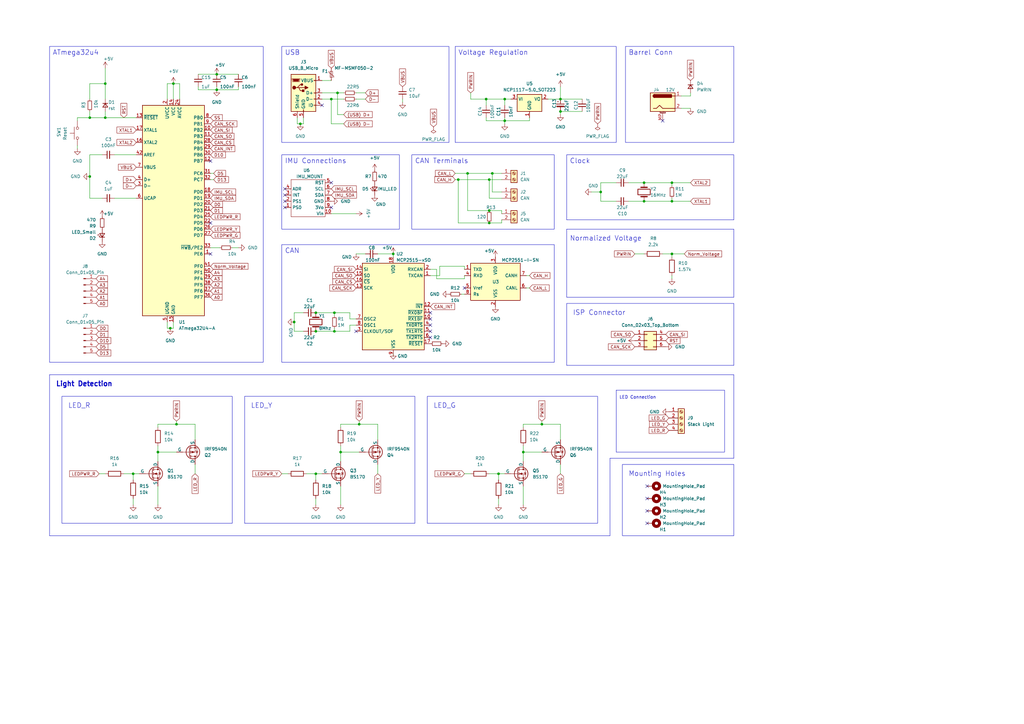
<source format=kicad_sch>
(kicad_sch (version 20230121) (generator eeschema)
  (paper "A3")
  (junction (at 137.16 128.27))
  (junction (at 207.01 49.53))
  (junction (at 191.77 71.12))
  (junction (at 72.39 173.99))
  (junction (at 222.25 173.99))
  (junction (at 199.39 40.64))
  (junction (at 64.77 185.42))
  (junction (at 129.54 135.89))
  (junction (at 36.83 72.39))
  (junction (at 129.54 194.31))
  (junction (at 138.43 38.1))
  (junction (at 200.66 73.66))
  (junction (at 264.16 82.55))
  (junction (at 229.87 45.72))
  (junction (at 161.29 104.14))
  (junction (at 207.01 40.64))
  (junction (at 201.93 71.12))
  (junction (at 264.16 74.93))
  (junction (at 54.61 194.31))
  (junction (at 43.18 34.29))
  (junction (at 229.87 40.64))
  (junction (at 275.59 82.55))
  (junction (at 36.83 48.26))
  (junction (at 120.65 132.08))
  (junction (at 204.47 194.31))
  (junction (at 137.16 135.89))
  (junction (at 88.9 36.83))
  (junction (at 214.63 185.42))
  (junction (at 200.66 86.36))
  (junction (at 88.9 30.48))
  (junction (at 139.7 185.42))
  (junction (at 187.96 73.66))
  (junction (at 69.85 134.62))
  (junction (at 275.59 104.14))
  (junction (at 275.59 74.93))
  (junction (at 129.54 128.27))
  (junction (at 135.89 40.64))
  (junction (at 71.12 34.29))
  (junction (at 200.66 91.44))
  (junction (at 147.32 173.99))
  (junction (at 246.38 78.74))
  (junction (at 43.18 48.26))
  (junction (at 123.19 50.8))
  (no_connect (at 135.89 85.09))
  (no_connect (at 265.43 204.47))
  (no_connect (at 265.43 214.63))
  (no_connect (at 116.84 82.55))
  (no_connect (at 146.05 135.89))
  (no_connect (at 265.43 199.39))
  (no_connect (at 132.08 43.18))
  (no_connect (at 176.53 138.43))
  (no_connect (at 116.84 77.47))
  (no_connect (at 116.84 85.09))
  (no_connect (at 86.36 91.44))
  (no_connect (at 176.53 135.89))
  (no_connect (at 271.78 49.53))
  (no_connect (at 86.36 104.14))
  (no_connect (at 176.53 130.81))
  (no_connect (at 176.53 128.27))
  (no_connect (at 86.36 66.04))
  (no_connect (at 176.53 133.35))
  (no_connect (at 190.5 118.11))
  (no_connect (at 265.43 209.55))
  (no_connect (at 135.89 74.93))
  (no_connect (at 116.84 80.01))
  (wire (pts (xy 271.78 104.14) (xy 275.59 104.14)))
  (wire (pts (xy 125.73 194.31) (xy 129.54 194.31)))
  (wire (pts (xy 64.77 185.42) (xy 64.77 189.23)))
  (wire (pts (xy 207.01 49.53) (xy 207.01 50.8)))
  (wire (pts (xy 224.79 40.64) (xy 229.87 40.64)))
  (wire (pts (xy 193.04 38.1) (xy 193.04 40.64)))
  (wire (pts (xy 200.66 91.44) (xy 205.74 91.44)))
  (wire (pts (xy 87.63 73.66) (xy 86.36 73.66)))
  (wire (pts (xy 199.39 40.64) (xy 199.39 43.18)))
  (wire (pts (xy 132.08 33.02) (xy 135.89 33.02)))
  (wire (pts (xy 143.51 130.81) (xy 146.05 130.81)))
  (wire (pts (xy 43.18 27.94) (xy 43.18 34.29)))
  (polyline (pts (xy 250.19 187.96) (xy 250.19 219.71)))
  (wire (pts (xy 207.01 40.64) (xy 207.01 43.18)))
  (wire (pts (xy 71.12 134.62) (xy 69.85 134.62)))
  (wire (pts (xy 132.08 40.64) (xy 135.89 40.64)))
  (wire (pts (xy 242.57 78.74) (xy 246.38 78.74)))
  (wire (pts (xy 73.66 40.64) (xy 73.66 34.29)))
  (wire (pts (xy 31.75 49.53) (xy 31.75 48.26)))
  (wire (pts (xy 205.74 91.44) (xy 205.74 90.17)))
  (wire (pts (xy 50.8 194.31) (xy 54.61 194.31)))
  (wire (pts (xy 137.16 128.27) (xy 137.16 129.54)))
  (wire (pts (xy 139.7 199.39) (xy 139.7 207.01)))
  (wire (pts (xy 120.65 135.89) (xy 124.46 135.89)))
  (wire (pts (xy 143.51 135.89) (xy 143.51 133.35)))
  (wire (pts (xy 246.38 74.93) (xy 252.73 74.93)))
  (polyline (pts (xy 300.99 153.67) (xy 300.99 187.96)))
  (wire (pts (xy 215.9 113.03) (xy 217.17 113.03)))
  (wire (pts (xy 190.5 109.22) (xy 190.5 110.49)))
  (wire (pts (xy 138.43 38.1) (xy 140.97 38.1)))
  (polyline (pts (xy 20.32 153.67) (xy 300.99 153.67)))
  (wire (pts (xy 115.57 194.31) (xy 118.11 194.31)))
  (wire (pts (xy 283.21 39.37) (xy 283.21 38.1)))
  (wire (pts (xy 81.28 36.83) (xy 88.9 36.83)))
  (wire (pts (xy 205.74 86.36) (xy 205.74 87.63)))
  (wire (pts (xy 229.87 40.64) (xy 238.76 40.64)))
  (wire (pts (xy 279.4 39.37) (xy 283.21 39.37)))
  (wire (pts (xy 95.25 101.6) (xy 97.79 101.6)))
  (wire (pts (xy 68.58 134.62) (xy 69.85 134.62)))
  (wire (pts (xy 138.43 38.1) (xy 138.43 46.99)))
  (wire (pts (xy 201.93 71.12) (xy 201.93 78.74)))
  (wire (pts (xy 72.39 173.99) (xy 80.01 173.99)))
  (wire (pts (xy 54.61 194.31) (xy 54.61 196.85)))
  (wire (pts (xy 36.83 81.28) (xy 41.91 81.28)))
  (wire (pts (xy 68.58 40.64) (xy 68.58 34.29)))
  (wire (pts (xy 129.54 194.31) (xy 129.54 196.85)))
  (wire (pts (xy 246.38 78.74) (xy 246.38 82.55)))
  (wire (pts (xy 68.58 34.29) (xy 71.12 34.29)))
  (wire (pts (xy 161.29 144.78) (xy 161.29 146.05)))
  (wire (pts (xy 200.66 86.36) (xy 205.74 86.36)))
  (wire (pts (xy 143.51 133.35) (xy 146.05 133.35)))
  (wire (pts (xy 275.59 81.28) (xy 275.59 82.55)))
  (wire (pts (xy 124.46 48.26) (xy 124.46 50.8)))
  (wire (pts (xy 200.66 81.28) (xy 205.74 81.28)))
  (wire (pts (xy 275.59 113.03) (xy 275.59 114.3)))
  (wire (pts (xy 154.94 173.99) (xy 154.94 180.34)))
  (wire (pts (xy 135.89 87.63) (xy 146.05 87.63)))
  (wire (pts (xy 43.18 34.29) (xy 43.18 40.64)))
  (wire (pts (xy 147.32 173.99) (xy 147.32 172.72)))
  (wire (pts (xy 36.83 34.29) (xy 43.18 34.29)))
  (wire (pts (xy 229.87 45.72) (xy 238.76 45.72)))
  (wire (pts (xy 207.01 40.64) (xy 209.55 40.64)))
  (wire (pts (xy 154.94 190.5) (xy 154.94 194.31)))
  (wire (pts (xy 214.63 185.42) (xy 214.63 189.23)))
  (wire (pts (xy 161.29 104.14) (xy 161.29 105.41)))
  (wire (pts (xy 64.77 199.39) (xy 64.77 207.01)))
  (wire (pts (xy 68.58 132.08) (xy 68.58 134.62)))
  (wire (pts (xy 64.77 173.99) (xy 72.39 173.99)))
  (wire (pts (xy 146.05 38.1) (xy 149.86 38.1)))
  (wire (pts (xy 257.81 74.93) (xy 264.16 74.93)))
  (wire (pts (xy 71.12 34.29) (xy 71.12 40.64)))
  (wire (pts (xy 137.16 128.27) (xy 143.51 128.27)))
  (wire (pts (xy 139.7 185.42) (xy 139.7 182.88)))
  (wire (pts (xy 146.05 40.64) (xy 149.86 40.64)))
  (wire (pts (xy 193.04 40.64) (xy 199.39 40.64)))
  (wire (pts (xy 132.08 38.1) (xy 138.43 38.1)))
  (wire (pts (xy 154.94 104.14) (xy 161.29 104.14)))
  (wire (pts (xy 80.01 173.99) (xy 80.01 180.34)))
  (wire (pts (xy 129.54 135.89) (xy 137.16 135.89)))
  (polyline (pts (xy 300.99 187.96) (xy 250.19 187.96)))
  (wire (pts (xy 214.63 185.42) (xy 222.25 185.42)))
  (wire (pts (xy 120.65 128.27) (xy 124.46 128.27)))
  (wire (pts (xy 88.9 35.56) (xy 88.9 36.83)))
  (wire (pts (xy 180.34 109.22) (xy 180.34 113.03)))
  (wire (pts (xy 180.34 109.22) (xy 190.5 109.22)))
  (wire (pts (xy 165.1 41.91) (xy 165.1 40.64)))
  (wire (pts (xy 71.12 132.08) (xy 71.12 134.62)))
  (wire (pts (xy 279.4 44.45) (xy 283.21 44.45)))
  (wire (pts (xy 87.63 71.12) (xy 86.36 71.12)))
  (wire (pts (xy 199.39 48.26) (xy 199.39 49.53)))
  (wire (pts (xy 217.17 49.53) (xy 207.01 49.53)))
  (wire (pts (xy 88.9 36.83) (xy 97.79 36.83)))
  (wire (pts (xy 135.89 40.64) (xy 135.89 50.8)))
  (wire (pts (xy 81.28 36.83) (xy 81.28 35.56)))
  (wire (pts (xy 129.54 204.47) (xy 129.54 207.01)))
  (wire (pts (xy 257.81 82.55) (xy 264.16 82.55)))
  (wire (pts (xy 43.18 48.26) (xy 55.88 48.26)))
  (wire (pts (xy 137.16 134.62) (xy 137.16 135.89)))
  (wire (pts (xy 190.5 194.31) (xy 193.04 194.31)))
  (wire (pts (xy 179.07 114.3) (xy 190.5 114.3)))
  (wire (pts (xy 190.5 120.65) (xy 189.23 120.65)))
  (wire (pts (xy 222.25 173.99) (xy 222.25 172.72)))
  (wire (pts (xy 204.47 194.31) (xy 204.47 196.85)))
  (wire (pts (xy 143.51 128.27) (xy 143.51 130.81)))
  (wire (pts (xy 204.47 204.47) (xy 204.47 207.01)))
  (wire (pts (xy 214.63 185.42) (xy 214.63 182.88)))
  (wire (pts (xy 41.91 63.5) (xy 36.83 63.5)))
  (wire (pts (xy 229.87 45.72) (xy 229.87 46.99)))
  (wire (pts (xy 199.39 49.53) (xy 207.01 49.53)))
  (wire (pts (xy 200.66 91.44) (xy 187.96 91.44)))
  (wire (pts (xy 121.92 50.8) (xy 123.19 50.8)))
  (wire (pts (xy 264.16 82.55) (xy 275.59 82.55)))
  (wire (pts (xy 229.87 35.56) (xy 229.87 40.64)))
  (wire (pts (xy 86.36 101.6) (xy 90.17 101.6)))
  (wire (pts (xy 186.69 73.66) (xy 187.96 73.66)))
  (wire (pts (xy 46.99 81.28) (xy 55.88 81.28)))
  (wire (pts (xy 229.87 173.99) (xy 229.87 180.34)))
  (wire (pts (xy 64.77 185.42) (xy 72.39 185.42)))
  (wire (pts (xy 147.32 173.99) (xy 154.94 173.99)))
  (wire (pts (xy 199.39 40.64) (xy 207.01 40.64)))
  (wire (pts (xy 123.19 50.8) (xy 124.46 50.8)))
  (wire (pts (xy 36.83 63.5) (xy 36.83 72.39)))
  (polyline (pts (xy 20.32 219.71) (xy 20.32 153.67)))
  (wire (pts (xy 73.66 34.29) (xy 71.12 34.29)))
  (wire (pts (xy 36.83 45.72) (xy 36.83 48.26)))
  (wire (pts (xy 138.43 46.99) (xy 140.97 46.99)))
  (wire (pts (xy 36.83 72.39) (xy 36.83 81.28)))
  (wire (pts (xy 120.65 132.08) (xy 120.65 128.27)))
  (wire (pts (xy 229.87 190.5) (xy 229.87 194.31)))
  (wire (pts (xy 55.88 63.5) (xy 46.99 63.5)))
  (wire (pts (xy 264.16 74.93) (xy 275.59 74.93)))
  (wire (pts (xy 36.83 40.64) (xy 36.83 34.29)))
  (wire (pts (xy 215.9 118.11) (xy 217.17 118.11)))
  (wire (pts (xy 204.47 194.31) (xy 207.01 194.31)))
  (wire (pts (xy 121.92 48.26) (xy 121.92 50.8)))
  (wire (pts (xy 176.53 110.49) (xy 179.07 110.49)))
  (wire (pts (xy 54.61 204.47) (xy 54.61 207.01)))
  (wire (pts (xy 222.25 173.99) (xy 229.87 173.99)))
  (wire (pts (xy 217.17 48.26) (xy 217.17 49.53)))
  (wire (pts (xy 36.83 48.26) (xy 43.18 48.26)))
  (wire (pts (xy 146.05 104.14) (xy 149.86 104.14)))
  (wire (pts (xy 139.7 185.42) (xy 147.32 185.42)))
  (wire (pts (xy 200.66 73.66) (xy 200.66 81.28)))
  (wire (pts (xy 214.63 173.99) (xy 214.63 175.26)))
  (wire (pts (xy 81.28 30.48) (xy 88.9 30.48)))
  (wire (pts (xy 135.89 40.64) (xy 140.97 40.64)))
  (wire (pts (xy 275.59 82.55) (xy 283.21 82.55)))
  (wire (pts (xy 129.54 128.27) (xy 137.16 128.27)))
  (wire (pts (xy 135.89 50.8) (xy 140.97 50.8)))
  (wire (pts (xy 275.59 104.14) (xy 280.67 104.14)))
  (wire (pts (xy 31.75 48.26) (xy 36.83 48.26)))
  (wire (pts (xy 120.65 132.08) (xy 120.65 135.89)))
  (polyline (pts (xy 250.19 219.71) (xy 20.32 219.71)))
  (wire (pts (xy 275.59 74.93) (xy 275.59 76.2)))
  (wire (pts (xy 64.77 173.99) (xy 64.77 175.26)))
  (wire (pts (xy 88.9 30.48) (xy 97.79 30.48)))
  (wire (pts (xy 214.63 173.99) (xy 222.25 173.99)))
  (wire (pts (xy 201.93 78.74) (xy 205.74 78.74)))
  (wire (pts (xy 187.96 73.66) (xy 200.66 73.66)))
  (wire (pts (xy 187.96 91.44) (xy 187.96 73.66)))
  (wire (pts (xy 64.77 185.42) (xy 64.77 182.88)))
  (wire (pts (xy 40.64 194.31) (xy 43.18 194.31)))
  (wire (pts (xy 54.61 194.31) (xy 57.15 194.31)))
  (wire (pts (xy 200.66 73.66) (xy 205.74 73.66)))
  (wire (pts (xy 72.39 173.99) (xy 72.39 172.72)))
  (wire (pts (xy 139.7 173.99) (xy 139.7 175.26)))
  (wire (pts (xy 179.07 110.49) (xy 179.07 114.3)))
  (wire (pts (xy 186.69 71.12) (xy 191.77 71.12)))
  (wire (pts (xy 129.54 194.31) (xy 132.08 194.31)))
  (wire (pts (xy 275.59 74.93) (xy 283.21 74.93)))
  (wire (pts (xy 246.38 82.55) (xy 252.73 82.55)))
  (wire (pts (xy 97.79 36.83) (xy 97.79 35.56)))
  (wire (pts (xy 201.93 71.12) (xy 205.74 71.12)))
  (wire (pts (xy 191.77 86.36) (xy 191.77 71.12)))
  (wire (pts (xy 275.59 105.41) (xy 275.59 104.14)))
  (wire (pts (xy 260.35 104.14) (xy 264.16 104.14)))
  (wire (pts (xy 43.18 45.72) (xy 43.18 48.26)))
  (wire (pts (xy 200.66 194.31) (xy 204.47 194.31)))
  (wire (pts (xy 139.7 173.99) (xy 147.32 173.99)))
  (wire (pts (xy 139.7 185.42) (xy 139.7 189.23)))
  (wire (pts (xy 80.01 190.5) (xy 80.01 194.31)))
  (wire (pts (xy 31.75 59.69) (xy 31.75 60.96)))
  (wire (pts (xy 214.63 199.39) (xy 214.63 207.01)))
  (wire (pts (xy 200.66 86.36) (xy 191.77 86.36)))
  (wire (pts (xy 137.16 135.89) (xy 143.51 135.89)))
  (wire (pts (xy 190.5 114.3) (xy 190.5 113.03)))
  (wire (pts (xy 176.53 113.03) (xy 180.34 113.03)))
  (wire (pts (xy 246.38 78.74) (xy 246.38 74.93)))
  (wire (pts (xy 191.77 71.12) (xy 201.93 71.12)))
  (wire (pts (xy 207.01 48.26) (xy 207.01 49.53)))
  (rectangle (start 168.91 63.5) (end 227.33 93.98))
  (rectangle (start 256.54 19.05) (end 300.99 58.42))
  (rectangle (start 232.41 63.5) (end 300.99 90.17))
  (rectangle (start 232.41 124.46) (end 300.99 149.86))
  (rectangle (start 20.32 19.05) (end 107.95 148.59))
  (rectangle (start 100.33 162.56) (end 170.18 214.63))
  (rectangle (start 175.26 162.56) (end 245.11 214.63))
  (rectangle (start 255.27 190.5) (end 300.99 219.71))
  (rectangle (start 115.57 100.33) (end 227.33 148.59))
  (rectangle (start 115.57 19.05) (end 184.15 58.42))
  (rectangle (start 232.41 93.98) (end 300.99 121.92))
  (rectangle (start 25.4 162.56) (end 95.25 214.63))
  (rectangle (start 115.57 63.5) (end 163.83 93.98))
  (rectangle (start 252.73 160.02) (end 297.18 185.42))
  (rectangle (start 186.69 19.05) (end 252.73 58.42))
  (text "Mounting Holes" (at 257.81 195.58 0) (effects (font (size 2 2)) (justify left bottom)))
  (text "Voltage Regulation" (at 187.96 22.86 0) (effects (font (size 2 2)) (justify left bottom)))
  (text "CAN" (at 116.84 104.14 0) (effects (font (size 2 2)) (justify left bottom)))
  (text "CAN Terminals" (at 170.18 67.31 0) (effects (font (size 2 2)) (justify left bottom)))
  (text "USB\n" (at 116.84 22.86 0) (effects (font (size 2 2)) (justify left bottom)))
  (text "Light Detection " (at 22.86 158.75 0) (effects (font (size 2 2) (thickness 0.4) bold) (justify left bottom)))
  (text "Barrel Conn\n" (at 257.81 22.86 0) (effects (font (size 2 2)) (justify left bottom)))
  (text "LED_R" (at 27.94 167.64 0) (effects (font (size 2 2)) (justify left bottom)))
  (text "Normalized Voltage" (at 233.68 99.06 0) (effects (font (size 2 2)) (justify left bottom)))
  (text "ISP Connector\n" (at 234.95 129.54 0) (effects (font (size 2 2)) (justify left bottom)))
  (text "IMU Connections\n" (at 116.84 67.31 0) (effects (font (size 2 2)) (justify left bottom)))
  (text "Clock\n" (at 233.68 67.31 0) (effects (font (size 2 2)) (justify left bottom)))
  (text "LED Connection" (at 254 163.83 0) (effects (font (size 1.27 1.27)) (justify left bottom)))
  (text "LED_G" (at 177.8 167.64 0) (effects (font (size 2 2)) (justify left bottom)))
  (text "LED_Y" (at 102.87 167.64 0) (effects (font (size 2 2)) (justify left bottom)))
  (text "ATmega32u4\n" (at 21.59 22.86 0) (effects (font (size 2 2)) (justify left bottom)))
  (global_label "D+" (shape input) (at 55.88 73.66 180) (property "Intersheetrefs" "${INTERSHEET_REFS}" (at 50.0524 73.66 0) (effects (justify right))))
  (global_label "A1" (shape input) (at 86.36 119.38 0) (property "Intersheetrefs" "${INTERSHEET_REFS}" (at 91.6433 119.38 0) (effects (justify left))))
  (global_label "CAN_SO" (shape input) (at 146.05 113.03 180) (property "Intersheetrefs" "${INTERSHEET_REFS}" (at 135.8681 113.03 0) (effects (justify right))))
  (global_label "LED_Y" (shape input) (at 154.94 194.31 270) (property "Intersheetrefs" "${INTERSHEET_REFS}" (at 154.94 202.7985 90) (effects (justify right))))
  (global_label "LED_G" (shape input) (at 274.32 171.45 180) (property "Intersheetrefs" "${INTERSHEET_REFS}" (at 265.6501 171.45 0) (effects (justify right))))
  (global_label "PWRIN" (shape input) (at 222.25 172.72 90) (property "Intersheetrefs" "${INTERSHEET_REFS}" (at 222.25 163.8081 90) (effects (justify left))))
  (global_label "CAN_SI" (shape input) (at 86.36 53.34 0) (property "Intersheetrefs" "${INTERSHEET_REFS}" (at 95.8162 53.34 0) (effects (justify left))))
  (global_label "A2" (shape input) (at 86.36 116.84 0) (property "Intersheetrefs" "${INTERSHEET_REFS}" (at 91.6433 116.84 0) (effects (justify left))))
  (global_label "PWRIN" (shape input) (at 147.32 172.72 90) (property "Intersheetrefs" "${INTERSHEET_REFS}" (at 147.32 163.8081 90) (effects (justify left))))
  (global_label "LED_G" (shape input) (at 229.87 194.31 270) (property "Intersheetrefs" "${INTERSHEET_REFS}" (at 229.87 202.9799 90) (effects (justify right))))
  (global_label "IMU_SCL" (shape input) (at 135.89 77.47 0) (property "Intersheetrefs" "${INTERSHEET_REFS}" (at 146.7371 77.47 0) (effects (justify left))))
  (global_label "CAN_SO" (shape input) (at 86.36 55.88 0) (property "Intersheetrefs" "${INTERSHEET_REFS}" (at 96.5419 55.88 0) (effects (justify left))))
  (global_label "D10" (shape input) (at 39.37 139.7 0) (property "Intersheetrefs" "${INTERSHEET_REFS}" (at 46.0442 139.7 0) (effects (justify left))))
  (global_label "(USB) D+" (shape input) (at 140.97 46.99 0) (property "Intersheetrefs" "${INTERSHEET_REFS}" (at 153.2686 46.99 0) (effects (justify left))))
  (global_label "A1" (shape input) (at 39.37 121.92 0) (property "Intersheetrefs" "${INTERSHEET_REFS}" (at 44.6533 121.92 0) (effects (justify left))))
  (global_label "IMU_SDA" (shape input) (at 86.36 81.28 0) (property "Intersheetrefs" "${INTERSHEET_REFS}" (at 97.2676 81.28 0) (effects (justify left))))
  (global_label "CAN_INT" (shape input) (at 86.36 60.96 0) (property "Intersheetrefs" "${INTERSHEET_REFS}" (at 96.9048 60.96 0) (effects (justify left))))
  (global_label "SS" (shape input) (at 86.36 48.26 0) (property "Intersheetrefs" "${INTERSHEET_REFS}" (at 91.7642 48.26 0) (effects (justify left))))
  (global_label "A0" (shape input) (at 86.36 121.92 0) (property "Intersheetrefs" "${INTERSHEET_REFS}" (at 91.6433 121.92 0) (effects (justify left))))
  (global_label "LEDPWR_G" (shape input) (at 86.36 96.52 0) (property "Intersheetrefs" "${INTERSHEET_REFS}" (at 99.0213 96.52 0) (effects (justify left))))
  (global_label "LED_R" (shape input) (at 80.01 194.31 270) (property "Intersheetrefs" "${INTERSHEET_REFS}" (at 80.01 202.9799 90) (effects (justify right))))
  (global_label "LEDPWR_Y" (shape input) (at 115.57 194.31 180) (property "Intersheetrefs" "${INTERSHEET_REFS}" (at 103.0901 194.31 0) (effects (justify right))))
  (global_label "D0" (shape input) (at 86.36 83.82 0) (property "Intersheetrefs" "${INTERSHEET_REFS}" (at 91.8247 83.82 0) (effects (justify left))))
  (global_label "VBUS" (shape input) (at 165.1 35.56 90) (property "Intersheetrefs" "${INTERSHEET_REFS}" (at 165.1 27.6762 90) (effects (justify left))))
  (global_label "D13" (shape input) (at 39.37 144.78 0) (property "Intersheetrefs" "${INTERSHEET_REFS}" (at 46.0442 144.78 0) (effects (justify left))))
  (global_label "D1" (shape input) (at 39.37 137.16 0) (property "Intersheetrefs" "${INTERSHEET_REFS}" (at 44.8347 137.16 0) (effects (justify left))))
  (global_label "CAN_SCK" (shape input) (at 146.05 118.11 180) (property "Intersheetrefs" "${INTERSHEET_REFS}" (at 134.6586 118.11 0) (effects (justify right))))
  (global_label "D10" (shape input) (at 86.36 63.5 0) (property "Intersheetrefs" "${INTERSHEET_REFS}" (at 93.0342 63.5 0) (effects (justify left))))
  (global_label "D5" (shape input) (at 87.63 71.12 0) (property "Intersheetrefs" "${INTERSHEET_REFS}" (at 93.0947 71.12 0) (effects (justify left))))
  (global_label "IMU_SCL" (shape input) (at 86.36 78.74 0) (property "Intersheetrefs" "${INTERSHEET_REFS}" (at 97.2071 78.74 0) (effects (justify left))))
  (global_label "D13" (shape input) (at 87.63 73.66 0) (property "Intersheetrefs" "${INTERSHEET_REFS}" (at 94.3042 73.66 0) (effects (justify left))))
  (global_label "A3" (shape input) (at 86.36 114.3 0) (property "Intersheetrefs" "${INTERSHEET_REFS}" (at 91.6433 114.3 0) (effects (justify left))))
  (global_label "D-" (shape input) (at 55.88 76.2 180) (property "Intersheetrefs" "${INTERSHEET_REFS}" (at 50.0524 76.2 0) (effects (justify right))))
  (global_label "CAN_SCK" (shape input) (at 260.35 142.24 180) (property "Intersheetrefs" "${INTERSHEET_REFS}" (at 248.9586 142.24 0) (effects (justify right))))
  (global_label "Norm_Voltage" (shape input) (at 280.67 104.14 0) (property "Intersheetrefs" "${INTERSHEET_REFS}" (at 296.5969 104.14 0) (effects (justify left))))
  (global_label "XTAL2" (shape input) (at 283.21 74.93 0) (property "Intersheetrefs" "${INTERSHEET_REFS}" (at 291.6985 74.93 0) (effects (justify left))))
  (global_label "VBUS" (shape input) (at 177.8 52.07 90) (property "Intersheetrefs" "${INTERSHEET_REFS}" (at 177.8 44.1862 90) (effects (justify left))))
  (global_label "XTAL1" (shape input) (at 55.88 53.34 180) (property "Intersheetrefs" "${INTERSHEET_REFS}" (at 47.3915 53.34 0) (effects (justify right))))
  (global_label "RST" (shape input) (at 50.8 48.26 90) (property "Intersheetrefs" "${INTERSHEET_REFS}" (at 50.8 41.8277 90) (effects (justify left))))
  (global_label "PWRIN" (shape input) (at 283.21 33.02 90) (property "Intersheetrefs" "${INTERSHEET_REFS}" (at 283.21 24.1081 90) (effects (justify left))))
  (global_label "CAN_CS" (shape input) (at 146.05 115.57 180) (property "Intersheetrefs" "${INTERSHEET_REFS}" (at 135.9286 115.57 0) (effects (justify right))))
  (global_label "CAN_INT" (shape input) (at 176.53 125.73 0) (property "Intersheetrefs" "${INTERSHEET_REFS}" (at 187.0748 125.73 0) (effects (justify left))))
  (global_label "A0" (shape input) (at 39.37 124.46 0) (property "Intersheetrefs" "${INTERSHEET_REFS}" (at 44.6533 124.46 0) (effects (justify left))))
  (global_label "A3" (shape input) (at 39.37 116.84 0) (property "Intersheetrefs" "${INTERSHEET_REFS}" (at 44.6533 116.84 0) (effects (justify left))))
  (global_label "LEDPWR_Y" (shape input) (at 86.36 93.98 0) (property "Intersheetrefs" "${INTERSHEET_REFS}" (at 98.8399 93.98 0) (effects (justify left))))
  (global_label "LEDPWR_R" (shape input) (at 86.36 88.9 0) (property "Intersheetrefs" "${INTERSHEET_REFS}" (at 99.0213 88.9 0) (effects (justify left))))
  (global_label "CAN_SO" (shape input) (at 260.35 137.16 180) (property "Intersheetrefs" "${INTERSHEET_REFS}" (at 250.1681 137.16 0) (effects (justify right))))
  (global_label "LED_Y" (shape input) (at 274.32 173.99 180) (property "Intersheetrefs" "${INTERSHEET_REFS}" (at 265.8315 173.99 0) (effects (justify right))))
  (global_label "CAN_H" (shape input) (at 186.69 73.66 180) (property "Intersheetrefs" "${INTERSHEET_REFS}" (at 177.7176 73.66 0) (effects (justify right))))
  (global_label "D+" (shape input) (at 149.86 38.1 0) (property "Intersheetrefs" "${INTERSHEET_REFS}" (at 155.6876 38.1 0) (effects (justify left))))
  (global_label "CAN_L" (shape input) (at 217.17 118.11 0) (property "Intersheetrefs" "${INTERSHEET_REFS}" (at 225.84 118.11 0) (effects (justify left))))
  (global_label "PWRIN" (shape input) (at 72.39 172.72 90) (property "Intersheetrefs" "${INTERSHEET_REFS}" (at 72.39 163.8081 90) (effects (justify left))))
  (global_label "CAN_SI" (shape input) (at 146.05 110.49 180) (property "Intersheetrefs" "${INTERSHEET_REFS}" (at 136.5938 110.49 0) (effects (justify right))))
  (global_label "A4" (shape input) (at 86.36 111.76 0) (property "Intersheetrefs" "${INTERSHEET_REFS}" (at 91.6433 111.76 0) (effects (justify left))))
  (global_label "PWRIN" (shape input) (at 193.04 38.1 90) (property "Intersheetrefs" "${INTERSHEET_REFS}" (at 193.04 29.1881 90) (effects (justify left))))
  (global_label "LED_R" (shape input) (at 274.32 176.53 180) (property "Intersheetrefs" "${INTERSHEET_REFS}" (at 265.6501 176.53 0) (effects (justify right))))
  (global_label "CAN_CS" (shape input) (at 86.36 58.42 0) (property "Intersheetrefs" "${INTERSHEET_REFS}" (at 96.4814 58.42 0) (effects (justify left))))
  (global_label "A4" (shape input) (at 39.37 114.3 0) (property "Intersheetrefs" "${INTERSHEET_REFS}" (at 44.6533 114.3 0) (effects (justify left))))
  (global_label "XTAL2" (shape input) (at 55.88 58.42 180) (property "Intersheetrefs" "${INTERSHEET_REFS}" (at 47.3915 58.42 0) (effects (justify right))))
  (global_label "Norm_Voltage" (shape input) (at 86.36 109.22 0) (property "Intersheetrefs" "${INTERSHEET_REFS}" (at 102.2869 109.22 0) (effects (justify left))))
  (global_label "A2" (shape input) (at 39.37 119.38 0) (property "Intersheetrefs" "${INTERSHEET_REFS}" (at 44.6533 119.38 0) (effects (justify left))))
  (global_label "CAN_L" (shape input) (at 186.69 71.12 180) (property "Intersheetrefs" "${INTERSHEET_REFS}" (at 178.02 71.12 0) (effects (justify right))))
  (global_label "D5" (shape input) (at 39.37 142.24 0) (property "Intersheetrefs" "${INTERSHEET_REFS}" (at 44.8347 142.24 0) (effects (justify left))))
  (global_label "XTAL1" (shape input) (at 283.21 82.55 0) (property "Intersheetrefs" "${INTERSHEET_REFS}" (at 291.6985 82.55 0) (effects (justify left))))
  (global_label "PWRIN" (shape input) (at 260.35 104.14 180) (property "Intersheetrefs" "${INTERSHEET_REFS}" (at 251.4381 104.14 0) (effects (justify right))))
  (global_label "IMU_SDA" (shape input) (at 135.89 80.01 0) (property "Intersheetrefs" "${INTERSHEET_REFS}" (at 146.7976 80.01 0) (effects (justify left))))
  (global_label "LEDPWR_G" (shape input) (at 190.5 194.31 180) (property "Intersheetrefs" "${INTERSHEET_REFS}" (at 177.8387 194.31 0) (effects (justify right))))
  (global_label "RST" (shape input) (at 273.05 139.7 0) (property "Intersheetrefs" "${INTERSHEET_REFS}" (at 279.4823 139.7 0) (effects (justify left))))
  (global_label "CAN_SI" (shape input) (at 273.05 137.16 0) (property "Intersheetrefs" "${INTERSHEET_REFS}" (at 282.5062 137.16 0) (effects (justify left))))
  (global_label "CAN_SCK" (shape input) (at 86.36 50.8 0) (property "Intersheetrefs" "${INTERSHEET_REFS}" (at 97.7514 50.8 0) (effects (justify left))))
  (global_label "(USB) D-" (shape input) (at 140.97 50.8 0) (property "Intersheetrefs" "${INTERSHEET_REFS}" (at 153.2686 50.8 0) (effects (justify left))))
  (global_label "VBUS" (shape input) (at 55.88 68.58 180) (property "Intersheetrefs" "${INTERSHEET_REFS}" (at 47.9962 68.58 0) (effects (justify right))))
  (global_label "VBUS" (shape input) (at 135.89 27.94 90) (property "Intersheetrefs" "${INTERSHEET_REFS}" (at 135.89 20.0562 90) (effects (justify left))))
  (global_label "CAN_H" (shape input) (at 217.17 113.03 0) (property "Intersheetrefs" "${INTERSHEET_REFS}" (at 226.1424 113.03 0) (effects (justify left))))
  (global_label "LEDPWR_R" (shape input) (at 40.64 194.31 180) (property "Intersheetrefs" "${INTERSHEET_REFS}" (at 27.9787 194.31 0) (effects (justify right))))
  (global_label "D-" (shape input) (at 149.86 40.64 0) (property "Intersheetrefs" "${INTERSHEET_REFS}" (at 155.6876 40.64 0) (effects (justify left))))
  (global_label "D1" (shape input) (at 86.36 86.36 0) (property "Intersheetrefs" "${INTERSHEET_REFS}" (at 91.8247 86.36 0) (effects (justify left))))
  (global_label "D0" (shape input) (at 39.37 134.62 0) (property "Intersheetrefs" "${INTERSHEET_REFS}" (at 44.8347 134.62 0) (effects (justify left))))
  (global_label "PWRIN" (shape input) (at 245.11 50.8 90) (property "Intersheetrefs" "${INTERSHEET_REFS}" (at 245.11 41.8881 90) (effects (justify left))))
  (symbol (lib_id "power:GND") (at 36.83 72.39 270) (unit 1)
    (property "Reference" "#PWR010" (effects hide))
    (property "Value" "GND" (at 33.02 72.39 90) (effects (justify right)))
  )
  (symbol (lib_id "Connector:Conn_01x05_Pin") (at 34.29 119.38 0) (unit 1)
    (property "Reference" "J8" (at 34.925 109.22 0))
    (property "Value" "Conn_01x05_Pin" (at 34.925 111.76 0))
    (property "Footprint" "Connector_PinHeader_2.54mm:PinHeader_1x05_P2.54mm_Vertical" (effects hide))
  )
  (symbol (lib_id "Device:C_Small") (at 81.28 33.02 0) (unit 1)
    (property "Reference" "C15" (at 82.55 31.75 0) (effects (justify left)))
    (property "Value" "1uF" (at 82.55 35.56 0) (effects (justify left)))
    (property "Footprint" "Capacitor_SMD:C_0805_2012Metric_Pad1.18x1.45mm_HandSolder" (effects hide))
  )
  (symbol (lib_id "Mechanical:MountingHole_Pad") (at 267.97 199.39 270) (unit 1)
    (property "Reference" "H4" (at 270.51 201.93 90) (effects (justify left)))
    (property "Value" "MountingHole_Pad" (at 271.78 199.39 90) (effects (justify left)))
    (property "Footprint" "MountingHole:MountingHole_3.2mm_M3_DIN965_Pad" (effects hide))
  )
  (symbol (lib_id "power:+5V") (at 43.18 27.94 0) (unit 1)
    (property "Reference" "#PWR012" (effects hide))
    (property "Value" "+5V" (at 44.45 24.13 0))
  )
  (symbol (lib_id "Device:C_Small") (at 207.01 45.72 180) (unit 1)
    (property "Reference" "C11" (at 204.47 45.72 90))
    (property "Value" "10nF" (at 209.55 45.72 90))
    (property "Footprint" "Capacitor_SMD:C_0805_2012Metric_Pad1.18x1.45mm_HandSolder" (effects hide))
  )
  (symbol (lib_id "Device:R") (at 214.63 179.07 0) (unit 1)
    (property "Reference" "R22" (at 217.17 177.8 0) (effects (justify left)))
    (property "Value" "10k" (at 217.17 180.34 0) (effects (justify left)))
    (property "Footprint" "Resistor_SMD:R_0805_2012Metric_Pad1.20x1.40mm_HandSolder" (effects hide))
  )
  (symbol (lib_id "Simulation_SPICE:PMOS") (at 152.4 185.42 0) (mirror x) (unit 1)
    (property "Reference" "Q4" (at 158.75 186.69 0) (effects (justify left)))
    (property "Value" "IRF9540N" (at 158.75 184.15 0) (effects (justify left)))
    (property "Footprint" "Package_TO_SOT_THT:TO-220-3_Vertical" (effects hide))
    (property "Datasheet" "https://ngspice.sourceforge.io/docs/ngspice-manual.pdf" (effects hide))
    (property "Sim.Device" "PMOS" (effects hide))
    (property "Sim.Type" "VDMOS" (effects hide))
    (property "Sim.Pins" "1=D 2=G 3=S" (effects hide))
  )
  (symbol (lib_id "power:GND") (at 41.91 99.06 0) (unit 1)
    (property "Reference" "#PWR024" (effects hide))
    (property "Value" "GND" (at 41.91 104.14 0))
  )
  (symbol (lib_id "Simulation_SPICE:NMOS") (at 137.16 194.31 0) (unit 1)
    (property "Reference" "Q3" (at 143.51 193.04 0) (effects (justify left)))
    (property "Value" "BS170" (at 143.51 195.58 0) (effects (justify left)))
    (property "Footprint" "Package_TO_SOT_THT:TO-92_Inline" (effects hide))
    (property "Datasheet" "https://ngspice.sourceforge.io/docs/ngspice-manual.pdf" (effects hide))
    (property "Sim.Device" "NMOS" (effects hide))
    (property "Sim.Type" "VDMOS" (effects hide))
    (property "Sim.Pins" "1=D 2=G 3=S" (effects hide))
  )
  (symbol (lib_id "Device:C_Small") (at 127 128.27 90) (unit 1)
    (property "Reference" "C1" (at 127 123.19 90))
    (property "Value" "22uF" (at 127 125.73 90))
    (property "Footprint" "Capacitor_SMD:C_0805_2012Metric_Pad1.18x1.45mm_HandSolder" (effects hide))
  )
  (symbol (lib_id "Connector:Screw_Terminal_01x02") (at 210.82 87.63 0) (unit 1)
    (property "Reference" "J5" (at 213.36 87.63 0) (effects (justify left)))
    (property "Value" "CAN" (at 213.36 90.17 0) (effects (justify left)))
    (property "Footprint" "TerminalBlock_Phoenix:TerminalBlock_Phoenix_MKDS-1,5-2_1x02_P5.00mm_Horizontal" (effects hide))
  )
  (symbol (lib_id "Device:C_Small") (at 97.79 33.02 0) (unit 1)
    (property "Reference" "C6" (at 99.06 31.75 0) (effects (justify left)))
    (property "Value" "100nF" (at 99.06 35.56 0) (effects (justify left)))
    (property "Footprint" "Capacitor_SMD:C_0805_2012Metric_Pad1.18x1.45mm_HandSolder" (effects hide))
  )
  (symbol (lib_id "power:GND") (at 129.54 207.01 0) (unit 1)
    (property "Reference" "#PWR033" (effects hide))
    (property "Value" "GND" (at 129.54 212.09 0))
  )
  (symbol (lib_id "Device:C_Small") (at 127 135.89 270) (unit 1)
    (property "Reference" "C2" (at 127 140.97 90))
    (property "Value" "22uF" (at 127 138.43 90))
    (property "Footprint" "Capacitor_SMD:C_0805_2012Metric_Pad1.18x1.45mm_HandSolder" (effects hide))
  )
  (symbol (lib_id "power:GND") (at 181.61 140.97 90) (unit 1)
    (property "Reference" "#PWR04" (effects hide))
    (property "Value" "GND" (at 185.42 140.97 90) (effects (justify right)))
  )
  (symbol (lib_id "Device:Polyfuse_Small") (at 135.89 30.48 0) (unit 1)
    (property "Reference" "F1" (at 132.08 29.21 0) (effects (justify left)))
    (property "Value" "MF-MSMF050-2" (at 137.16 27.94 0) (effects (justify left)))
    (property "Footprint" "Fuse:Fuse_1812_4532Metric_Pad1.30x3.40mm_HandSolder" (effects hide))
  )
  (symbol (lib_id "Regulator_Linear:NCP1117-5.0_SOT223") (at 217.17 40.64 0) (unit 1)
    (property "Reference" "U5" (at 217.17 34.29 0))
    (property "Value" "NCP1117-5.0_SOT223" (at 217.17 36.83 0))
    (property "Footprint" "Package_TO_SOT_SMD:SOT-223-3_TabPin2" (effects hide))
    (property "Datasheet" "http://www.onsemi.com/pub_link/Collateral/NCP1117-D.PDF" (effects hide))
  )
  (symbol (lib_id "power:GND") (at 203.2 125.73 0) (unit 1)
    (property "Reference" "#PWR07" (effects hide))
    (property "Value" "GND" (at 203.2 130.81 0))
  )
  (symbol (lib_id "Device:D_Small") (at 283.21 35.56 270) (unit 1)
    (property "Reference" "D4" (at 285.75 34.29 90) (effects (justify left)))
    (property "Value" "PWRIN" (at 285.75 36.83 90) (effects (justify left)))
    (property "Footprint" "Diode_SMD:D_0805_2012Metric_Pad1.15x1.40mm_HandSolder" (effects hide))
    (property "Sim.Device" "D" (effects hide))
    (property "Sim.Pins" "1=K 2=A" (effects hide))
  )
  (symbol (lib_id "Device:Crystal") (at 129.54 132.08 90) (unit 1)
    (property "Reference" "Y1" (at 130.81 129.54 90) (effects (justify right)))
    (property "Value" "8Mhz" (at 130.81 134.62 90) (effects (justify right)))
    (property "Footprint" "Crystal:Crystal_HC49-4H_Vertical" (effects hide))
  )
  (symbol (lib_id "Device:C_Small") (at 44.45 81.28 90) (unit 1)
    (property "Reference" "C4" (at 44.4563 74.93 90))
    (property "Value" "1uF" (at 44.4563 77.47 90))
    (property "Footprint" "Capacitor_SMD:C_0805_2012Metric_Pad1.18x1.45mm_HandSolder" (effects hide))
  )
  (symbol (lib_id "power:GND") (at 123.19 50.8 0) (unit 1)
    (property "Reference" "#PWR015" (effects hide))
    (property "Value" "GND" (at 123.19 55.88 0))
  )
  (symbol (lib_id "Connector:Barrel_Jack_MountingPin") (at 271.78 41.91 0) (unit 1)
    (property "Reference" "J4" (at 267.97 36.83 0) (effects (justify left)))
    (property "Value" "12V" (at 273.05 36.83 0) (effects (justify left)))
    (property "Footprint" "Connector_BarrelJack:BarrelJack_Horizontal" (effects hide))
  )
  (symbol (lib_id "power:GND") (at 97.79 101.6 90) (unit 1)
    (property "Reference" "#PWR014" (effects hide))
    (property "Value" "GND" (at 101.6 101.6 90) (effects (justify right)))
  )
  (symbol (lib_id "Interface_CAN_LIN:MCP2515-xSO") (at 161.29 125.73 0) (unit 1)
    (property "Reference" "U2" (at 162.56 104.14 0) (effects (justify left)))
    (property "Value" "MCP2515-xSO" (at 162.56 106.68 0) (effects (justify left)))
    (property "Footprint" "Package_SO:SOIC-18W_7.5x11.6mm_P1.27mm" (effects hide))
    (property "Datasheet" "http://ww1.microchip.com/downloads/en/DeviceDoc/21801e.pdf" (effects hide))
  )
  (symbol (lib_id "Connector:Conn_01x05_Pin") (at 34.29 139.7 0) (unit 1)
    (property "Reference" "J7" (at 34.925 129.54 0))
    (property "Value" "Conn_01x05_Pin" (at 34.925 132.08 0))
    (property "Footprint" "Connector_PinHeader_2.54mm:PinHeader_1x05_P2.54mm_Vertical" (effects hide))
  )
  (symbol (lib_id "Connector:Screw_Terminal_01x02") (at 210.82 71.12 0) (unit 1)
    (property "Reference" "J1" (at 213.36 71.12 0) (effects (justify left)))
    (property "Value" "CAN" (at 213.36 73.66 0) (effects (justify left)))
    (property "Footprint" "TerminalBlock_Phoenix:TerminalBlock_Phoenix_MKDS-1,5-2_1x02_P5.00mm_Horizontal" (effects hide))
  )
  (symbol (lib_id "power:PWR_FLAG") (at 177.8 52.07 180) (unit 1)
    (property "Reference" "#FLG02" (effects hide))
    (property "Value" "PWR_FLAG" (at 177.8 57.15 0))
  )
  (symbol (lib_id "Device:R_Small") (at 143.51 40.64 270) (unit 1)
    (property "Reference" "R6" (at 146.05 43.18 90))
    (property "Value" "22" (at 143.51 43.18 90))
    (property "Footprint" "Resistor_SMD:R_0805_2012Metric_Pad1.20x1.40mm_HandSolder" (effects hide))
  )
  (symbol (lib_id "Device:R") (at 267.97 104.14 90) (unit 1)
    (property "Reference" "R8" (at 267.97 97.79 90))
    (property "Value" "2.2k" (at 267.97 100.33 90))
    (property "Footprint" "Resistor_SMD:R_0805_2012Metric_Pad1.20x1.40mm_HandSolder" (effects hide))
  )
  (symbol (lib_id "Mechanical:MountingHole_Pad") (at 267.97 209.55 270) (unit 1)
    (property "Reference" "H2" (at 270.51 212.09 90) (effects (justify left)))
    (property "Value" "MountingHole_Pad" (at 271.78 209.55 90) (effects (justify left)))
    (property "Footprint" "MountingHole:MountingHole_3.2mm_M3_DIN965_Pad" (effects hide))
  )
  (symbol (lib_id "power:GND") (at 283.21 44.45 0) (unit 1)
    (property "Reference" "#PWR028" (effects hide))
    (property "Value" "GND" (at 285.75 45.72 0) (effects (justify left)))
  )
  (symbol (lib_id "Device:R_Small") (at 179.07 140.97 270) (unit 1)
    (property "Reference" "R2" (at 179.07 138.43 90))
    (property "Value" "10k" (at 179.07 143.51 90))
    (property "Footprint" "Resistor_SMD:R_0805_2012Metric_Pad1.20x1.40mm_HandSolder" (effects hide))
  )
  (symbol (lib_id "Device:R_Small") (at 137.16 132.08 0) (unit 1)
    (property "Reference" "R1" (at 138.43 130.81 0) (effects (justify left)))
    (property "Value" "1M" (at 138.43 133.35 0) (effects (justify left)))
    (property "Footprint" "Resistor_SMD:R_0805_2012Metric_Pad1.20x1.40mm_HandSolder" (effects hide))
  )
  (symbol (lib_id "power:GND") (at 207.01 50.8 0) (unit 1)
    (property "Reference" "#PWR021" (effects hide))
    (property "Value" "GND" (at 207.01 55.88 0))
  )
  (symbol (lib_id "power:GND") (at 139.7 207.01 0) (unit 1)
    (property "Reference" "#PWR036" (effects hide))
    (property "Value" "GND" (at 139.7 212.09 0))
  )
  (symbol (lib_id "Device:C_Small") (at 255.27 82.55 270) (unit 1)
    (property "Reference" "C10" (at 255.27 87.63 90))
    (property "Value" "22uF" (at 255.27 85.09 90))
    (property "Footprint" "Capacitor_SMD:C_0805_2012Metric_Pad1.18x1.45mm_HandSolder" (effects hide))
  )
  (symbol (lib_id "Device:C_Small") (at 152.4 104.14 270) (unit 1)
    (property "Reference" "C8" (at 151.13 101.6 90) (effects (justify left)))
    (property "Value" "100nF" (at 149.86 106.68 90) (effects (justify left)))
    (property "Footprint" "Capacitor_SMD:C_0805_2012Metric_Pad1.18x1.45mm_HandSolder" (effects hide))
  )
  (symbol (lib_id "power:+5V") (at 71.12 34.29 0) (unit 1)
    (property "Reference" "#PWR08" (effects hide))
    (property "Value" "+5V" (at 71.12 29.21 0))
  )
  (symbol (lib_id "power:GND") (at 69.85 134.62 0) (unit 1)
    (property "Reference" "#PWR09" (effects hide))
    (property "Value" "GND" (at 69.85 139.7 0))
  )
  (symbol (lib_id "power:GND") (at 273.05 142.24 90) (unit 1)
    (property "Reference" "#PWR032" (effects hide))
    (property "Value" "GND" (at 276.86 142.24 90) (effects (justify right)))
  )
  (symbol (lib_id "Device:Crystal") (at 264.16 78.74 90) (unit 1)
    (property "Reference" "Y2" (at 266.7 77.47 90) (effects (justify right)))
    (property "Value" "16MHz" (at 266.7 80.01 90) (effects (justify right)))
    (property "Footprint" "Crystal:Crystal_HC49-4H_Vertical" (effects hide))
  )
  (symbol (lib_id "Device:R_Small") (at 92.71 101.6 90) (unit 1)
    (property "Reference" "R4" (at 95.25 99.06 90))
    (property "Value" "10k" (at 95.25 104.14 90))
    (property "Footprint" "Resistor_SMD:R_0805_2012Metric_Pad1.20x1.40mm_HandSolder" (effects hide))
  )
  (symbol (lib_id "power:GND") (at 64.77 207.01 0) (unit 1)
    (property "Reference" "#PWR035" (effects hide))
    (property "Value" "GND" (at 64.77 212.09 0))
  )
  (symbol (lib_id "Simulation_SPICE:PMOS") (at 227.33 185.42 0) (mirror x) (unit 1)
    (property "Reference" "Q6" (at 233.68 186.69 0) (effects (justify left)))
    (property "Value" "IRF9540N" (at 233.68 184.15 0) (effects (justify left)))
    (property "Footprint" "Package_TO_SOT_THT:TO-220-3_Vertical" (effects hide))
    (property "Datasheet" "https://ngspice.sourceforge.io/docs/ngspice-manual.pdf" (effects hide))
    (property "Sim.Device" "PMOS" (effects hide))
    (property "Sim.Type" "VDMOS" (effects hide))
    (property "Sim.Pins" "1=D 2=G 3=S" (effects hide))
  )
  (symbol (lib_id "Device:R_Small") (at 275.59 78.74 0) (unit 1)
    (property "Reference" "R11" (at 276.86 77.47 0) (effects (justify left)))
    (property "Value" "1M" (at 276.86 80.01 0) (effects (justify left)))
    (property "Footprint" "Resistor_SMD:R_0805_2012Metric_Pad1.20x1.40mm_HandSolder" (effects hide))
  )
  (symbol (lib_id "power:GND") (at 274.32 168.91 270) (unit 1)
    (property "Reference" "#PWR039" (effects hide))
    (property "Value" "GND" (at 270.51 168.91 90) (effects (justify right)))
  )
  (symbol (lib_id "Device:R") (at 139.7 179.07 0) (unit 1)
    (property "Reference" "R19" (at 142.24 177.8 0) (effects (justify left)))
    (property "Value" "10k" (at 142.24 180.34 0) (effects (justify left)))
    (property "Footprint" "Resistor_SMD:R_0805_2012Metric_Pad1.20x1.40mm_HandSolder" (effects hide))
  )
  (symbol (lib_id "Mechanical:MountingHole_Pad") (at 267.97 214.63 270) (unit 1)
    (property "Reference" "H1" (at 270.51 217.17 90) (effects (justify left)))
    (property "Value" "MountingHole_Pad" (at 271.78 214.63 90) (effects (justify left)))
    (property "Footprint" "MountingHole:MountingHole_3.2mm_M3_DIN965_Pad" (effects hide))
  )
  (symbol (lib_id "Interface_CAN_LIN:MCP2551-I-SN") (at 203.2 115.57 0) (unit 1)
    (property "Reference" "U3" (at 201.93 115.57 0) (effects (justify left)))
    (property "Value" "MCP2551-I-SN" (at 205.74 106.68 0) (effects (justify left)))
    (property "Footprint" "Package_SO:SOIC-8_3.9x4.9mm_P1.27mm" (effects hide))
    (property "Datasheet" "http://ww1.microchip.com/downloads/en/devicedoc/21667d.pdf" (effects hide))
  )
  (symbol (lib_id "Device:R_Small") (at 143.51 38.1 90) (unit 1)
    (property "Reference" "R5" (at 146.05 35.56 90))
    (property "Value" "22" (at 143.51 35.56 90))
    (property "Footprint" "Resistor_SMD:R_0805_2012Metric_Pad1.20x1.40mm_HandSolder" (effects hide))
  )
  (symbol (lib_id "Mechanical:MountingHole_Pad") (at 267.97 204.47 270) (unit 1)
    (property "Reference" "H3" (at 270.51 207.01 90) (effects (justify left)))
    (property "Value" "MountingHole_Pad" (at 271.78 204.47 90) (effects (justify left)))
    (property "Footprint" "MountingHole:MountingHole_3.2mm_M3_DIN965_Pad" (effects hide))
  )
  (symbol (lib_id "Device:R") (at 275.59 109.22 180) (unit 1)
    (property "Reference" "R10" (at 278.13 107.95 0) (effects (justify right)))
    (property "Value" "1.57k" (at 278.13 110.49 0) (effects (justify right)))
    (property "Footprint" "Resistor_SMD:R_0805_2012Metric_Pad1.20x1.40mm_HandSolder" (effects hide))
  )
  (symbol (lib_id "MCU_Microchip_ATmega:ATmega32U4-A") (at 71.12 86.36 0) (unit 1)
    (property "Reference" "U1" (at 73.3141 132.08 0) (effects (justify left)))
    (property "Value" "ATmega32U4-A" (at 73.3141 134.62 0) (effects (justify left)))
    (property "Footprint" "Package_QFP:TQFP-44_10x10mm_P0.8mm" (effects hide))
    (property "Datasheet" "http://ww1.microchip.com/downloads/en/DeviceDoc/Atmel-7766-8-bit-AVR-ATmega16U4-32U4_Datasheet.pdf" (effects hide))
  )
  (symbol (lib_id "Connector:Screw_Terminal_01x02") (at 210.82 78.74 0) (unit 1)
    (property "Reference" "J2" (at 213.36 78.74 0) (effects (justify left)))
    (property "Value" "CAN" (at 213.36 81.28 0) (effects (justify left)))
    (property "Footprint" "TerminalBlock_Phoenix:TerminalBlock_Phoenix_MKDS-1,5-2_1x02_P5.00mm_Horizontal" (effects hide))
  )
  (symbol (lib_id "Device:R_Small") (at 36.83 43.18 180) (unit 1)
    (property "Reference" "R3" (at 34.29 44.45 90) (effects (justify right)))
    (property "Value" "10k" (at 39.37 44.45 90) (effects (justify right)))
    (property "Footprint" "Resistor_SMD:R_0805_2012Metric_Pad1.20x1.40mm_HandSolder" (effects hide))
  )
  (symbol (lib_id "Device:LED_Small") (at 153.67 77.47 90) (unit 1)
    (property "Reference" "D5" (at 149.86 77.47 90))
    (property "Value" "IMU_LED" (at 158.75 77.47 90))
    (property "Footprint" "LED_SMD:LED_0805_2012Metric_Pad1.15x1.40mm_HandSolder" (effects hide))
  )
  (symbol (lib_id "Device:R_Small") (at 153.67 72.39 0) (unit 1)
    (property "Reference" "R7" (at 152.4 72.39 0) (effects (justify right)))
    (property "Value" "470" (at 158.75 72.39 0) (effects (justify right)))
    (property "Footprint" "Resistor_SMD:R_0805_2012Metric_Pad1.20x1.40mm_HandSolder" (effects hide))
  )
  (symbol (lib_id "Device:R") (at 54.61 200.66 0) (unit 1)
    (property "Reference" "R15" (at 57.15 199.39 0) (effects (justify left)))
    (property "Value" "10k" (at 57.15 201.93 0) (effects (justify left)))
    (property "Footprint" "Resistor_SMD:R_0805_2012Metric_Pad1.20x1.40mm_HandSolder" (effects hide))
  )
  (symbol (lib_id "Connector_Generic:Conn_02x03_Top_Bottom") (at 265.43 139.7 0) (unit 1)
    (property "Reference" "J6" (at 266.7 130.81 0))
    (property "Value" "Conn_02x03_Top_Bottom" (at 266.7 133.35 0))
    (property "Footprint" "Connector_PinHeader_2.54mm:PinHeader_2x03_P2.54mm_Vertical" (effects hide))
  )
  (symbol (lib_id "power:+5V") (at 161.29 104.14 0) (unit 1)
    (property "Reference" "#PWR02" (effects hide))
    (property "Value" "+5V" (at 158.75 101.6 0))
  )
  (symbol (lib_id "Device:R") (at 129.54 200.66 0) (unit 1)
    (property "Reference" "R18" (at 132.08 199.39 0) (effects (justify left)))
    (property "Value" "10k" (at 132.08 201.93 0) (effects (justify left)))
    (property "Footprint" "Resistor_SMD:R_0805_2012Metric_Pad1.20x1.40mm_HandSolder" (effects hide))
  )
  (symbol (lib_id "power:+5V") (at 260.35 139.7 90) (unit 1)
    (property "Reference" "#PWR031" (effects hide))
    (property "Value" "+5V" (at 252.73 139.7 90) (effects (justify right)))
  )
  (symbol (lib_id "power:GND") (at 54.61 207.01 0) (unit 1)
    (property "Reference" "#PWR034" (effects hide))
    (property "Value" "GND" (at 54.61 212.09 0))
  )
  (symbol (lib_id "CustomParts:IMU_MOUNT") (at 110.49 92.71 90) (unit 1)
    (property "Reference" "U6" (at 125.73 69.85 90))
    (property "Value" "IMU_MOUNT" (at 127 72.39 90))
    (property "Footprint" "Custom_Parts:IMU_MOUNT" (effects hide))
  )
  (symbol (lib_id "Device:C_Small") (at 88.9 33.02 0) (unit 1)
    (property "Reference" "C5" (at 90.17 31.75 0) (effects (justify left)))
    (property "Value" "100nF" (at 90.17 35.56 0) (effects (justify left)))
    (property "Footprint" "Capacitor_SMD:C_0805_2012Metric_Pad1.18x1.45mm_HandSolder" (effects hide))
  )
  (symbol (lib_id "Device:R") (at 204.47 200.66 0) (unit 1)
    (property "Reference" "R21" (at 207.01 199.39 0) (effects (justify left)))
    (property "Value" "10k" (at 207.01 201.93 0) (effects (justify left)))
    (property "Footprint" "Resistor_SMD:R_0805_2012Metric_Pad1.20x1.40mm_HandSolder" (effects hide))
  )
  (symbol (lib_id "Device:LED_Small") (at 41.91 96.52 90) (unit 1)
    (property "Reference" "D2" (at 39.37 97.7265 90) (effects (justify left)))
    (property "Value" "LED_Small" (at 39.37 95.1865 90) (effects (justify left)))
    (property "Footprint" "LED_SMD:LED_0805_2012Metric_Pad1.15x1.40mm_HandSolder" (effects hide))
  )
  (symbol (lib_id "Switch:SW_Push") (at 31.75 54.61 90) (unit 1)
    (property "Reference" "SW1" (at 24.13 52.07 0) (effects (justify right)))
    (property "Value" "Reset" (at 26.67 52.07 0) (effects (justify right)))
    (property "Footprint" "Button_Switch_SMD:SW_SPST_TL3342" (effects hide))
  )
  (symbol (lib_id "Device:R") (at 121.92 194.31 90) (unit 1)
    (property "Reference" "R17" (at 121.92 187.96 90))
    (property "Value" "1k" (at 121.92 190.5 90))
    (property "Footprint" "Resistor_SMD:R_0805_2012Metric_Pad1.20x1.40mm_HandSolder" (effects hide))
  )
  (symbol (lib_id "power:+5V") (at 203.2 105.41 0) (unit 1)
    (property "Reference" "#PWR06" (effects hide))
    (property "Value" "+5V" (at 200.66 102.87 0))
  )
  (symbol (lib_id "Device:R_Small") (at 41.91 91.44 0) (unit 1)
    (property "Reference" "R9" (at 39.37 92.71 0) (effects (justify right)))
    (property "Value" "470" (at 39.37 90.17 0) (effects (justify right)))
    (property "Footprint" "Resistor_SMD:R_0805_2012Metric_Pad1.20x1.40mm_HandSolder" (effects hide))
  )
  (symbol (lib_id "Device:C_Small") (at 238.76 43.18 180) (unit 1)
    (property "Reference" "C12" (at 236.22 43.18 90))
    (property "Value" "100uF" (at 241.3 43.18 90))
    (property "Footprint" "Capacitor_SMD:C_0805_2012Metric_Pad1.18x1.45mm_HandSolder" (effects hide))
  )
  (symbol (lib_id "Device:R_Small") (at 186.69 120.65 270) (unit 1)
    (property "Reference" "R12" (at 186.69 118.11 90))
    (property "Value" "10k" (at 186.69 123.19 90))
    (property "Footprint" "Resistor_SMD:R_0805_2012Metric_Pad1.20x1.40mm_HandSolder" (effects hide))
  )
  (symbol (lib_id "power:GND") (at 229.87 46.99 0) (unit 1)
    (property "Reference" "#PWR023" (effects hide))
    (property "Value" "GND" (at 229.87 52.07 0))
  )
  (symbol (lib_id "Simulation_SPICE:PMOS") (at 77.47 185.42 0) (mirror x) (unit 1)
    (property "Reference" "Q2" (at 83.82 186.69 0) (effects (justify left)))
    (property "Value" "IRF9540N" (at 83.82 184.15 0) (effects (justify left)))
    (property "Footprint" "Package_TO_SOT_THT:TO-220-3_Vertical" (effects hide))
    (property "Datasheet" "https://ngspice.sourceforge.io/docs/ngspice-manual.pdf" (effects hide))
    (property "Sim.Device" "PMOS" (effects hide))
    (property "Sim.Type" "VDMOS" (effects hide))
    (property "Sim.Pins" "1=D 2=G 3=S" (effects hide))
  )
  (symbol (lib_id "power:+5V") (at 229.87 35.56 0) (unit 1)
    (property "Reference" "#PWR022" (effects hide))
    (property "Value" "+5V" (at 229.87 30.48 0))
  )
  (symbol (lib_id "power:PWR_FLAG") (at 245.11 50.8 180) (unit 1)
    (property "Reference" "#FLG01" (effects hide))
    (property "Value" "PWR_FLAG" (at 245.11 55.88 0))
  )
  (symbol (lib_id "Device:C_Small") (at 255.27 74.93 90) (unit 1)
    (property "Reference" "C9" (at 255.27 69.85 90))
    (property "Value" "22uF" (at 255.27 72.39 90))
    (property "Footprint" "Capacitor_SMD:C_0805_2012Metric_Pad1.18x1.45mm_HandSolder" (effects hide))
  )
  (symbol (lib_id "power:GND") (at 165.1 41.91 0) (unit 1)
    (property "Reference" "#PWR016" (effects hide))
    (property "Value" "GND" (at 165.1 46.99 0))
  )
  (symbol (lib_id "power:+5V") (at 41.91 88.9 0) (unit 1)
    (property "Reference" "#PWR025" (effects hide))
    (property "Value" "+5V" (at 44.45 87.63 0))
  )
  (symbol (lib_id "power:GND") (at 120.65 132.08 270) (unit 1)
    (property "Reference" "#PWR01" (effects hide))
    (property "Value" "GND" (at 119.38 138.43 0) (effects (justify right)))
  )
  (symbol (lib_id "power:GND") (at 146.05 104.14 0) (unit 1)
    (property "Reference" "#PWR027" (effects hide))
    (property "Value" "GND" (at 142.24 105.41 0))
  )
  (symbol (lib_id "power:GND") (at 242.57 78.74 270) (unit 1)
    (property "Reference" "#PWR017" (effects hide))
    (property "Value" "GND" (at 241.3 76.2 90) (effects (justify left)))
  )
  (symbol (lib_id "power:GND") (at 153.67 80.01 0) (unit 1)
    (property "Reference" "#PWR020" (effects hide))
    (property "Value" "GND" (at 156.21 83.82 0))
  )
  (symbol (lib_id "Connector:Screw_Terminal_01x04") (at 279.4 171.45 0) (unit 1)
    (property "Reference" "J9" (at 281.94 171.45 0) (effects (justify left)))
    (property "Value" "Stack Light" (at 281.94 173.99 0) (effects (justify left)))
    (property "Footprint" "TerminalBlock_Phoenix:TerminalBlock_Phoenix_MKDS-1,5-4_1x04_P5.00mm_Horizontal" (effects hide))
  )
  (symbol (lib_id "power:+5V") (at 146.05 87.63 270) (unit 1)
    (property "Reference" "#PWR019" (effects hide))
    (property "Value" "+5V" (at 151.13 87.63 0))
  )
  (symbol (lib_id "Device:R") (at 46.99 194.31 90) (unit 1)
    (property "Reference" "R16" (at 46.99 187.96 90))
    (property "Value" "1k" (at 46.99 190.5 90))
    (property "Footprint" "Resistor_SMD:R_0805_2012Metric_Pad1.20x1.40mm_HandSolder" (effects hide))
  )
  (symbol (lib_id "Device:C_Small") (at 165.1 38.1 0) (unit 1)
    (property "Reference" "C7" (at 167.64 36.8363 0) (effects (justify left)))
    (property "Value" "10uF" (at 167.64 39.3763 0) (effects (justify left)))
    (property "Footprint" "Capacitor_SMD:C_0805_2012Metric_Pad1.18x1.45mm_HandSolder" (effects hide))
  )
  (symbol (lib_id "Simulation_SPICE:NMOS") (at 62.23 194.31 0) (unit 1)
    (property "Reference" "Q1" (at 68.58 193.04 0) (effects (justify left)))
    (property "Value" "BS170" (at 68.58 195.58 0) (effects (justify left)))
    (property "Footprint" "Package_TO_SOT_THT:TO-92_Inline" (effects hide))
    (property "Datasheet" "https://ngspice.sourceforge.io/docs/ngspice-manual.pdf" (effects hide))
    (property "Sim.Device" "NMOS" (effects hide))
    (property "Sim.Type" "VDMOS" (effects hide))
    (property "Sim.Pins" "1=D 2=G 3=S" (effects hide))
  )
  (symbol (lib_id "Device:R") (at 196.85 194.31 90) (unit 1)
    (property "Reference" "R20" (at 196.85 187.96 90))
    (property "Value" "1k" (at 196.85 190.5 90))
    (property "Footprint" "Resistor_SMD:R_0805_2012Metric_Pad1.20x1.40mm_HandSolder" (effects hide))
  )
  (symbol (lib_id "power:GND") (at 88.9 36.83 0) (unit 1)
    (property "Reference" "#PWR013" (effects hide))
    (property "Value" "GND" (at 88.9 41.91 0))
  )
  (symbol (lib_id "Device:C_Polarized_Small") (at 229.87 43.18 0) (unit 1)
    (property "Reference" "C13" (at 227.33 44.45 90) (effects (justify left)))
    (property "Value" "22uF" (at 232.41 45.72 90) (effects (justify left)))
    (property "Footprint" "Capacitor_SMD:C_0805_2012Metric_Pad1.18x1.45mm_HandSolder" (effects hide))
  )
  (symbol (lib_id "Device:C_Small") (at 44.45 63.5 90) (unit 1)
    (property "Reference" "C3" (at 44.4563 57.15 90))
    (property "Value" "100nF" (at 44.4563 59.69 90))
    (property "Footprint" "Capacitor_SMD:C_0805_2012Metric_Pad1.18x1.45mm_HandSolder" (effects hide))
  )
  (symbol (lib_id "power:GND") (at 214.63 207.01 0) (unit 1)
    (property "Reference" "#PWR038" (effects hide))
    (property "Value" "GND" (at 214.63 212.09 0))
  )
  (symbol (lib_id "power:GND") (at 161.29 144.78 0) (unit 1)
    (property "Reference" "#PWR03" (effects hide))
    (property "Value" "GND" (at 165.1 146.05 0))
  )
  (symbol (lib_id "power:GND") (at 31.75 60.96 0) (unit 1)
    (property "Reference" "#PWR011" (effects hide))
    (property "Value" "GND" (at 31.75 66.04 0))
  )
  (symbol (lib_id "Device:R_Small") (at 200.66 88.9 180) (unit 1)
    (property "Reference" "R13" (at 199.39 85.09 0) (effects (justify right)))
    (property "Value" "120" (at 195.58 88.9 0) (effects (justify right)))
    (property "Footprint" "Resistor_SMD:R_0805_2012Metric_Pad1.20x1.40mm_HandSolder" (effects hide))
  )
  (symbol (lib_id "Simulation_SPICE:NMOS") (at 212.09 194.31 0) (unit 1)
    (property "Reference" "Q5" (at 218.44 193.04 0) (effects (justify left)))
    (property "Value" "BS170" (at 218.44 195.58 0) (effects (justify left)))
    (property "Footprint" "Package_TO_SOT_THT:TO-92_Inline" (effects hide))
    (property "Datasheet" "https://ngspice.sourceforge.io/docs/ngspice-manual.pdf" (effects hide))
    (property "Sim.Device" "NMOS" (effects hide))
    (property "Sim.Type" "VDMOS" (effects hide))
    (property "Sim.Pins" "1=D 2=G 3=S" (effects hide))
  )
  (symbol (lib_id "Device:R") (at 64.77 179.07 0) (unit 1)
    (property "Reference" "R14" (at 67.31 177.8 0) (effects (justify left)))
    (property "Value" "10k" (at 67.31 180.34 0) (effects (justify left)))
    (property "Footprint" "Resistor_SMD:R_0805_2012Metric_Pad1.20x1.40mm_HandSolder" (effects hide))
  )
  (symbol (lib_id "Device:D_Small") (at 43.18 43.18 270) (unit 1)
    (property "Reference" "D1" (at 44.45 41.91 90) (effects (justify left)))
    (property "Value" "rst" (at 44.45 44.45 90) (effects (justify left)))
    (property "Footprint" "Diode_SMD:D_0805_2012Metric_Pad1.15x1.40mm_HandSolder" (effects hide))
    (property "Sim.Device" "D" (effects hide))
    (property "Sim.Pins" "1=K 2=A" (effects hide))
  )
  (symbol (lib_id "power:GND") (at 135.89 82.55 90) (unit 1)
    (property "Reference" "#PWR026" (effects hide))
    (property "Value" "GND" (at 139.7 82.55 90) (effects (justify right)))
  )
  (symbol (lib_id "power:GND") (at 275.59 114.3 0) (unit 1)
    (property "Reference" "#PWR029" (effects hide))
    (property "Value" "GND" (at 275.59 119.38 0))
  )
  (symbol (lib_id "Connector:USB_B_Micro") (at 124.46 38.1 0) (unit 1)
    (property "Reference" "J3" (at 124.46 25.4 0))
    (property "Value" "USB_B_Micro" (at 124.46 27.94 0))
    (property "Footprint" "Connector_USB:USB_Micro-B_Amphenol_10118194_Horizontal" (effects hide))
  )
  (symbol (lib_id "power:GND") (at 184.15 120.65 270) (unit 1)
    (property "Reference" "#PWR05" (effects hide))
    (property "Value" "GND" (at 180.34 120.65 90) (effects (justify right)))
  )
  (symbol (lib_id "Device:C_Small") (at 199.39 45.72 180) (unit 1)
    (property "Reference" "C14" (at 196.85 45.72 90))
    (property "Value" "100nF" (at 201.93 45.72 90))
    (property "Footprint" "Capacitor_SMD:C_0805_2012Metric_Pad1.18x1.45mm_HandSolder" (effects hide))
  )
  (symbol (lib_id "power:+5V") (at 153.67 69.85 0) (unit 1)
    (property "Reference" "#PWR018" (effects hide))
    (property "Value" "+5V" (at 153.67 64.77 0))
  )
  (symbol (lib_id "power:GND") (at 204.47 207.01 0) (unit 1)
    (property "Reference" "#PWR037" (effects hide))
    (property "Value" "GND" (at 204.47 212.09 0))
  )
  (symbol (lib_id "power:+5V") (at 88.9 30.48 0) (unit 1)
    (property "Reference" "#PWR030" (effects hide))
    (property "Value" "+5V" (at 90.17 26.67 0))
  )
)
</source>
